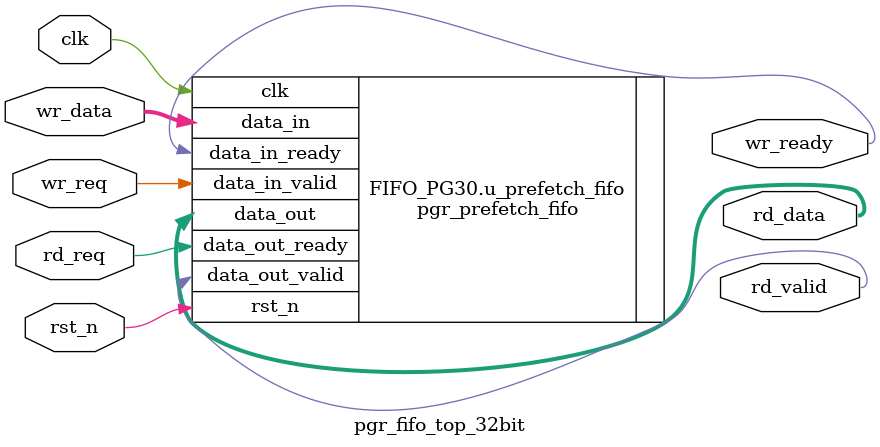
<source format=v>
`timescale 1ns/1ns
module pgr_fifo_top_32bit
#(
    parameter D = 1024
)
(
    input               clk,
    input               rst_n,

    input       [7:0]   wr_data,
    input               wr_req,
    output              wr_ready,

    input               rd_req,
    output      [7:0]   rd_data,
    output              rd_valid
);

localparam DEVICE = "PG30"; //"PG30" "MAX10"

generate
if(DEVICE == "PG30")
begin:FIFO_PG30
    pgr_prefetch_fifo
    #(
        .D                  (D                  ), //should be 2^N
        .W                  (8                  ),
        .TYPE               ("Distributed"              )  // "Distributed" or "DRM"
    )
    u_prefetch_fifo(
        .clk                (clk                ),
        .rst_n              (rst_n              ),

        .data_in_valid      (wr_req             ),
        .data_in            (wr_data            ),
        .data_in_ready      (wr_ready           ),

        .data_out_ready     (rd_req             ),
        .data_out           (rd_data            ),
        .data_out_valid     (rd_valid           )
    );
end
endgenerate

endmodule //fifo


</source>
